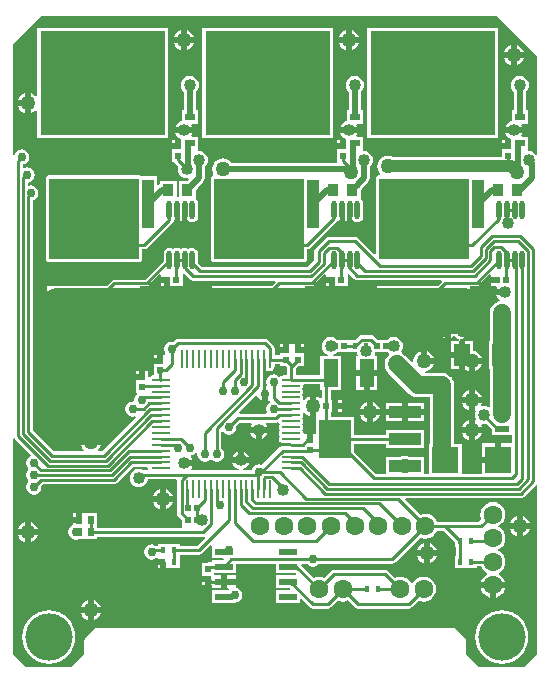
<source format=gbl>
G04 Layer_Physical_Order=2*
G04 Layer_Color=16711680*
%FSAX24Y24*%
%MOIN*%
G70*
G01*
G75*
%ADD10R,0.0177X0.0217*%
%ADD19R,0.0205X0.0205*%
%ADD21R,0.0413X0.1634*%
%ADD22R,0.4173X0.3465*%
%ADD25R,0.0532X0.0748*%
%ADD32R,0.0205X0.0205*%
%ADD36C,0.0100*%
%ADD37C,0.0600*%
%ADD38C,0.0200*%
%ADD39C,0.0400*%
%ADD40C,0.0630*%
%ADD41C,0.1575*%
%ADD42C,0.0500*%
%ADD43C,0.0400*%
%ADD44C,0.0300*%
%ADD45C,0.0157*%
%ADD46R,0.0610X0.0236*%
%ADD47R,0.0906X0.0906*%
%ADD48R,0.0327X0.0248*%
%ADD49R,0.0354X0.0394*%
%ADD50R,0.2906X0.0961*%
%ADD51R,0.0512X0.0925*%
%ADD52R,0.1063X0.0394*%
%ADD53R,0.1063X0.1299*%
%ADD54R,0.0470X0.0220*%
%ADD55O,0.0098X0.0610*%
%ADD56O,0.0610X0.0098*%
%ADD57R,0.0217X0.0256*%
%ADD58O,0.0177X0.0630*%
%ADD59R,0.3000X0.2700*%
G36*
X051775Y026911D02*
X052305Y026381D01*
X052290Y026325D01*
X052221Y026279D01*
X052166Y026197D01*
X052147Y026100D01*
X052166Y026003D01*
X052212Y025934D01*
X052218Y025900D01*
X052212Y025866D01*
X052166Y025797D01*
X052147Y025700D01*
X052166Y025603D01*
X052212Y025534D01*
X052218Y025500D01*
X052212Y025466D01*
X052166Y025397D01*
X052147Y025300D01*
X052166Y025203D01*
X052221Y025121D01*
X052303Y025066D01*
X052400Y025047D01*
X052497Y025066D01*
X052579Y025121D01*
X052634Y025203D01*
X052653Y025300D01*
X052647Y025333D01*
X052704Y025390D01*
X055059D01*
X055059Y025390D01*
X055117Y025401D01*
X055166Y025434D01*
X055701Y025969D01*
X056188D01*
X056220Y025930D01*
X056218Y025924D01*
X056222Y025906D01*
X056181Y025856D01*
X056057D01*
X056051Y025861D01*
X055978Y025891D01*
X055900Y025901D01*
X055822Y025891D01*
X055750Y025861D01*
X055687Y025813D01*
X055639Y025751D01*
X055609Y025678D01*
X055599Y025600D01*
X055609Y025522D01*
X055639Y025450D01*
X055687Y025387D01*
X055750Y025339D01*
X055822Y025309D01*
X055900Y025299D01*
X055978Y025309D01*
X056051Y025339D01*
X056113Y025387D01*
X056161Y025450D01*
X056191Y025522D01*
X056195Y025553D01*
X057148D01*
X057172Y025524D01*
X057172Y025524D01*
Y025225D01*
Y024419D01*
X057172Y024419D01*
X057184Y024361D01*
X057217Y024312D01*
X057342Y024187D01*
Y023999D01*
X057342D01*
X057337Y023951D01*
X054504D01*
Y024426D01*
X054111D01*
Y024428D01*
X054003D01*
Y024200D01*
X053903D01*
Y024100D01*
X053695D01*
Y024029D01*
X053621Y023979D01*
X053566Y023897D01*
X053547Y023800D01*
X053566Y023703D01*
X053621Y023621D01*
X053703Y023566D01*
X053800Y023547D01*
X053897Y023566D01*
X053908Y023574D01*
X054504D01*
Y023649D01*
X058037D01*
X058037Y023649D01*
X058071Y023655D01*
X058095Y023610D01*
X058095Y023609D01*
X057837Y023351D01*
X057264D01*
Y023407D01*
X056536D01*
Y023351D01*
X056451D01*
X056422Y023371D01*
X056325Y023390D01*
X056228Y023371D01*
X056146Y023316D01*
X056091Y023234D01*
X056072Y023137D01*
X056091Y023040D01*
X056146Y022958D01*
X056228Y022903D01*
X056325Y022884D01*
X056422Y022903D01*
X056484Y022944D01*
X056534Y022920D01*
Y022900D01*
X056723D01*
Y022800D01*
X056823D01*
Y022592D01*
X056911D01*
Y022593D01*
X057264D01*
Y023007D01*
X057264Y023007D01*
X057264D01*
X057264Y023007D01*
X057284Y023049D01*
X057900D01*
X057900Y023049D01*
X057958Y023060D01*
X058007Y023093D01*
X058286Y023372D01*
X058333Y023349D01*
Y022933D01*
X058703D01*
X058728Y022883D01*
X058716Y022867D01*
X058333D01*
Y022830D01*
X058293Y022801D01*
X058235Y022790D01*
X058187Y022758D01*
X057999D01*
Y022445D01*
X057998D01*
Y022343D01*
X058200D01*
Y022243D01*
X058300D01*
Y022040D01*
X058332D01*
Y021932D01*
X058637D01*
Y022150D01*
Y022368D01*
X058402D01*
Y022433D01*
X059141D01*
Y022749D01*
X060459D01*
Y022433D01*
X061135D01*
X061148Y022417D01*
X061123Y022367D01*
X060459D01*
Y021933D01*
X060929D01*
X060941Y021917D01*
X060916Y021867D01*
X060459D01*
Y021433D01*
X061267D01*
Y021554D01*
X061313Y021573D01*
X061593Y021293D01*
X061593Y021293D01*
X061642Y021260D01*
X061700Y021249D01*
X062194D01*
X062194Y021249D01*
X062252Y021260D01*
X062301Y021293D01*
X062529Y021521D01*
X062586Y021497D01*
X062694Y021483D01*
X062802Y021497D01*
X062859Y021521D01*
X063087Y021293D01*
X063087Y021293D01*
X063136Y021260D01*
X063194Y021249D01*
X063194Y021249D01*
X064894D01*
X064894Y021249D01*
X064952Y021260D01*
X065001Y021293D01*
X065229Y021521D01*
X065286Y021497D01*
X065394Y021483D01*
X065502Y021497D01*
X065602Y021539D01*
X065689Y021605D01*
X065755Y021692D01*
X065796Y021792D01*
X065811Y021900D01*
X065796Y022008D01*
X065755Y022109D01*
X065689Y022195D01*
X065602Y022261D01*
X065502Y022303D01*
X065394Y022317D01*
X065286Y022303D01*
X065185Y022261D01*
X065099Y022195D01*
X065033Y022109D01*
X065025Y022090D01*
X064975D01*
X064967Y022109D01*
X064901Y022195D01*
X064815Y022261D01*
X064714Y022303D01*
X064606Y022317D01*
X064498Y022303D01*
X064441Y022279D01*
X064213Y022507D01*
X064164Y022540D01*
X064106Y022551D01*
X064106Y022551D01*
X062406D01*
X062406Y022551D01*
X062348Y022540D01*
X062299Y022507D01*
X062299Y022507D01*
X062071Y022279D01*
X062014Y022303D01*
X061906Y022317D01*
X061798Y022303D01*
X061741Y022279D01*
X061318Y022702D01*
X061337Y022749D01*
X061502D01*
X061521Y022721D01*
X061603Y022666D01*
X061700Y022647D01*
X061797Y022666D01*
X061879Y022721D01*
X061898Y022749D01*
X064356D01*
X064356Y022749D01*
X064414Y022760D01*
X064463Y022793D01*
X065291Y023621D01*
X065348Y023597D01*
X065456Y023583D01*
X065564Y023597D01*
X065664Y023639D01*
X065751Y023705D01*
X065817Y023791D01*
X065841Y023849D01*
X066060D01*
X066436Y023473D01*
Y023293D01*
X066472D01*
Y023007D01*
X066436D01*
Y022593D01*
X067164D01*
Y022655D01*
X067315D01*
X067339Y022598D01*
X067405Y022511D01*
X067491Y022445D01*
X067508Y022438D01*
Y022388D01*
X067491Y022381D01*
X067404Y022315D01*
X067337Y022228D01*
X067296Y022127D01*
X067295Y022119D01*
X067700D01*
X068105D01*
X068104Y022127D01*
X068063Y022228D01*
X067996Y022315D01*
X067909Y022381D01*
X067892Y022388D01*
Y022438D01*
X067909Y022445D01*
X067995Y022511D01*
X068061Y022598D01*
X068103Y022698D01*
X068117Y022806D01*
X068103Y022914D01*
X068061Y023015D01*
X067995Y023101D01*
X067909Y023167D01*
X067890Y023175D01*
Y023225D01*
X067909Y023233D01*
X067995Y023299D01*
X068061Y023385D01*
X068103Y023486D01*
X068117Y023594D01*
X068103Y023702D01*
X068061Y023802D01*
X067995Y023889D01*
X067909Y023955D01*
X067887Y023964D01*
Y024014D01*
X067909Y024023D01*
X067995Y024089D01*
X068061Y024175D01*
X068103Y024276D01*
X068117Y024384D01*
X068103Y024492D01*
X068061Y024592D01*
X067995Y024679D01*
X067909Y024745D01*
X067808Y024786D01*
X067700Y024801D01*
X067592Y024786D01*
X067491Y024745D01*
X067405Y024679D01*
X067339Y024592D01*
X067297Y024492D01*
X067283Y024384D01*
X067297Y024276D01*
X067321Y024219D01*
X067254Y024151D01*
X066123D01*
X066123Y024151D01*
X066123Y024151D01*
X065841D01*
X065817Y024209D01*
X065751Y024295D01*
X065664Y024361D01*
X065564Y024403D01*
X065456Y024417D01*
X065348Y024403D01*
X065291Y024379D01*
X064786Y024884D01*
X064805Y024931D01*
X068632D01*
X068632Y024931D01*
X068690Y024942D01*
X068739Y024975D01*
X069139Y025375D01*
X069173Y025366D01*
X069189Y025356D01*
Y019746D01*
X068754Y019311D01*
X067246D01*
X066811Y019746D01*
Y020200D01*
X066803Y020243D01*
X066779Y020279D01*
X066479Y020579D01*
X066443Y020603D01*
X066400Y020611D01*
X066400Y020611D01*
X054500D01*
X054457Y020603D01*
X054421Y020579D01*
X054121Y020279D01*
X054097Y020243D01*
X054089Y020200D01*
X054089Y020200D01*
Y019746D01*
X053654Y019311D01*
X052146D01*
X051711Y019746D01*
Y026916D01*
X051761Y026932D01*
X051775Y026911D01*
D02*
G37*
G36*
X061941Y028539D02*
X061991D01*
Y028278D01*
X061972Y028265D01*
X061941Y028256D01*
X061877Y028306D01*
X061800Y028337D01*
Y028000D01*
Y027623D01*
X061807Y027617D01*
X061809Y027613D01*
Y027107D01*
X061802Y027060D01*
X061700D01*
Y026857D01*
X061500D01*
Y027060D01*
X061424D01*
X061381Y027103D01*
X061382Y027105D01*
X061370Y027162D01*
X061343Y027203D01*
X061370Y027244D01*
X061382Y027302D01*
X061370Y027359D01*
X061343Y027400D01*
X061370Y027441D01*
X061382Y027498D01*
X061370Y027556D01*
X061343Y027597D01*
X061370Y027638D01*
X061382Y027695D01*
X061370Y027753D01*
X061369Y027755D01*
X061375Y027767D01*
X061435Y027771D01*
X061450Y027750D01*
X061523Y027694D01*
X061600Y027663D01*
Y028000D01*
Y028337D01*
X061523Y028306D01*
X061450Y028250D01*
X061406Y028191D01*
X061365Y028221D01*
X061370Y028228D01*
X061382Y028286D01*
X061370Y028343D01*
X061343Y028384D01*
X061370Y028425D01*
X061382Y028483D01*
X061370Y028540D01*
X061343Y028581D01*
X061370Y028622D01*
X061382Y028680D01*
X061380Y028686D01*
X061412Y028725D01*
X061941D01*
Y028539D01*
D02*
G37*
G36*
X060579Y027447D02*
X060580Y027441D01*
X060607Y027400D01*
X060580Y027359D01*
X060569Y027302D01*
X060580Y027244D01*
X060607Y027203D01*
X060580Y027162D01*
X060569Y027105D01*
X060580Y027047D01*
X060608Y027006D01*
X060580Y026965D01*
X060569Y026908D01*
X060580Y026850D01*
X060607Y026811D01*
X060607Y026811D01*
X060613Y026801D01*
X060662Y026769D01*
X060719Y026757D01*
X060975D01*
Y026666D01*
X060692D01*
X060634Y026654D01*
X060595Y026628D01*
X060595Y026628D01*
X060585Y026621D01*
X060585Y026621D01*
X059998Y026034D01*
X059997Y026034D01*
X059900Y026053D01*
X059803Y026034D01*
X059721Y025979D01*
X059666Y025897D01*
X059658Y025856D01*
X059367D01*
X059364Y025906D01*
X059378Y025908D01*
X059451Y025938D01*
X059514Y025986D01*
X059562Y026049D01*
X059583Y026100D01*
X059017D01*
X059038Y026049D01*
X059086Y025986D01*
X059149Y025938D01*
X059222Y025908D01*
X059236Y025906D01*
X059233Y025856D01*
X057654D01*
X057629Y025906D01*
X057662Y025949D01*
X057683Y026000D01*
X057400D01*
Y026200D01*
X057683D01*
X057662Y026251D01*
X057624Y026301D01*
X057634Y026344D01*
X057642Y026355D01*
X057697Y026366D01*
X057779Y026421D01*
X057809Y026465D01*
X057856Y026446D01*
X057847Y026400D01*
X057866Y026303D01*
X057921Y026221D01*
X058003Y026166D01*
X058100Y026147D01*
X058197Y026166D01*
X058266Y026212D01*
X058300Y026218D01*
X058334Y026212D01*
X058403Y026166D01*
X058500Y026147D01*
X058597Y026166D01*
X058679Y026221D01*
X058734Y026303D01*
X058753Y026400D01*
X058734Y026497D01*
X058679Y026579D01*
X058651Y026598D01*
Y027135D01*
X058701Y027150D01*
X058721Y027121D01*
X058803Y027066D01*
X058900Y027047D01*
X058997Y027066D01*
X059079Y027121D01*
X059134Y027203D01*
X059153Y027300D01*
X059147Y027333D01*
X059263Y027449D01*
X059654D01*
X059674Y027399D01*
X059638Y027351D01*
X059617Y027300D01*
X060183D01*
X060162Y027351D01*
X060126Y027399D01*
X060146Y027449D01*
X060466D01*
X060466Y027449D01*
X060524Y027460D01*
X060533Y027466D01*
X060579Y027447D01*
D02*
G37*
G36*
X064187Y029787D02*
X064228Y029756D01*
X064232Y029696D01*
X064216Y029684D01*
X064152Y029601D01*
X064112Y029504D01*
X064098Y029400D01*
X064112Y029296D01*
X064152Y029199D01*
X064216Y029116D01*
X064916Y028416D01*
X064999Y028352D01*
X065096Y028312D01*
X065200Y028298D01*
X065603D01*
Y026751D01*
X065563D01*
Y025751D01*
X065391D01*
Y026290D01*
X064949D01*
X064937Y026299D01*
X064852Y026334D01*
X064761Y026346D01*
X064670Y026334D01*
X064586Y026299D01*
X064574Y026290D01*
X064131D01*
Y025751D01*
X063801D01*
X063068Y026484D01*
Y026749D01*
X064131D01*
Y026605D01*
X065391D01*
Y027195D01*
X064131D01*
Y027051D01*
X063068D01*
Y027648D01*
X062294D01*
Y027798D01*
X062357D01*
Y028000D01*
Y028202D01*
X062294D01*
Y028539D01*
X062650D01*
Y029661D01*
X062386D01*
X062378Y029709D01*
X062450Y029739D01*
X062513Y029787D01*
X062522Y029799D01*
X062936D01*
Y029793D01*
X063184D01*
X063190Y029743D01*
X063203Y029712D01*
X063170Y029662D01*
X063141D01*
Y029200D01*
X063496D01*
X063852D01*
Y029662D01*
X063792D01*
X063759Y029712D01*
X063772Y029743D01*
X063779Y029799D01*
X064178D01*
X064187Y029787D01*
D02*
G37*
G36*
X060599Y029342D02*
X060787D01*
X060824Y029305D01*
Y029027D01*
X060719D01*
X060662Y029015D01*
X060629Y028994D01*
X060579Y028979D01*
X060497Y029034D01*
X060400Y029053D01*
X060303Y029034D01*
X060221Y028979D01*
X060166Y028897D01*
X060147Y028800D01*
X060166Y028703D01*
X060174Y028691D01*
X060144Y028646D01*
X060100Y028655D01*
X060081Y028651D01*
X060034Y028693D01*
Y029137D01*
X060073Y029169D01*
X060080Y029167D01*
X060138Y029179D01*
X060179Y029207D01*
X060219Y029180D01*
X060276Y029169D01*
X060334Y029180D01*
X060383Y029213D01*
X060415Y029262D01*
X060427Y029319D01*
Y029391D01*
X060599D01*
Y029342D01*
D02*
G37*
G36*
X069189Y039654D02*
Y036396D01*
X069139Y036379D01*
X069113Y036413D01*
X069050Y036461D01*
X068978Y036491D01*
X068900Y036501D01*
X068888Y036499D01*
X068862Y036546D01*
Y036983D01*
X068675D01*
X068650Y037033D01*
X068662Y037049D01*
X068683Y037100D01*
X068117D01*
X068138Y037049D01*
X068186Y036986D01*
X068249Y036938D01*
X068322Y036908D01*
X068312Y036860D01*
X068300D01*
Y036657D01*
X068200D01*
Y036557D01*
X067998D01*
Y036455D01*
X067999D01*
Y036292D01*
X064380D01*
X064376Y036295D01*
X064291Y036330D01*
X064200Y036342D01*
X064109Y036330D01*
X064024Y036295D01*
X063952Y036239D01*
X063896Y036167D01*
X063861Y036082D01*
X063849Y035991D01*
X063861Y035900D01*
X063896Y035815D01*
X063945Y035750D01*
X063932Y035700D01*
X063900D01*
X063862Y035693D01*
X063829Y035671D01*
X063807Y035638D01*
X063800Y035600D01*
Y033080D01*
X063753Y033061D01*
X063207Y033607D01*
X063158Y033640D01*
X063100Y033651D01*
X063100Y033651D01*
X062232D01*
X062232Y033651D01*
X062174Y033640D01*
X062125Y033607D01*
X061793Y033275D01*
X061760Y033226D01*
X061749Y033168D01*
X061749Y033168D01*
Y032863D01*
X061537Y032651D01*
X058000D01*
X057875Y032777D01*
Y033080D01*
X057860Y033153D01*
X057819Y033215D01*
X057757Y033256D01*
X057684Y033271D01*
X057611Y033256D01*
X057556Y033219D01*
X057501Y033256D01*
X057428Y033271D01*
X057355Y033256D01*
X057300Y033219D01*
X057245Y033256D01*
X057172Y033271D01*
X057099Y033256D01*
X057046Y033220D01*
X056990Y033258D01*
X056916Y033272D01*
X056843Y033258D01*
X056780Y033216D01*
X056739Y033154D01*
X056724Y033080D01*
Y032803D01*
X056121Y032200D01*
X055067D01*
X055037Y032194D01*
X055013Y032178D01*
X054839Y032004D01*
X052847D01*
Y031826D01*
X052925Y031867D01*
X053095Y031919D01*
X053227Y031932D01*
X053271Y031932D01*
X055953D01*
Y032000D01*
X056172D01*
X056202Y032006D01*
X056226Y032022D01*
X056590Y032386D01*
X056640Y032365D01*
Y032300D01*
X056843D01*
Y032200D01*
X056943D01*
Y031998D01*
X057045D01*
Y031999D01*
X057358D01*
Y032389D01*
X057402Y032415D01*
X057595Y032223D01*
X057595Y032223D01*
X057644Y032190D01*
X057702Y032178D01*
X060442D01*
X060463Y032128D01*
X060339Y032004D01*
X058347D01*
Y031932D01*
X061453Y031932D01*
Y032000D01*
X061672D01*
X061702Y032006D01*
X061726Y032022D01*
X062090Y032386D01*
X062140Y032365D01*
Y032300D01*
X062343D01*
Y032200D01*
X062443D01*
Y031998D01*
X062545D01*
Y031999D01*
X062858D01*
Y032389D01*
X062902Y032415D01*
X063081Y032236D01*
X063081Y032236D01*
X063131Y032203D01*
X063189Y032192D01*
X063189Y032192D01*
X065979D01*
X066000Y032142D01*
X065862Y032004D01*
X063847D01*
Y031932D01*
X066671D01*
X066701Y031932D01*
X066789Y031923D01*
X066902Y031889D01*
X066953Y031862D01*
Y032000D01*
X067172D01*
X067202Y032006D01*
X067226Y032022D01*
X067590Y032386D01*
X067640Y032365D01*
Y032300D01*
X067843D01*
Y032100D01*
X067640D01*
Y031998D01*
X067817D01*
X067839Y031953D01*
X067838Y031951D01*
X067817Y031900D01*
X068100D01*
Y031700D01*
X067817D01*
X067838Y031649D01*
X067886Y031586D01*
X067940Y031544D01*
X067938Y031513D01*
X067929Y031492D01*
X067896Y031488D01*
X067799Y031448D01*
X067716Y031384D01*
X067652Y031301D01*
X067612Y031204D01*
X067598Y031100D01*
Y030172D01*
X067566D01*
Y029228D01*
X067598D01*
Y029000D01*
Y028300D01*
Y027981D01*
X067553Y027959D01*
X067551Y027961D01*
X067478Y027991D01*
X067400Y028001D01*
X067346Y027994D01*
X067336Y028001D01*
X067312Y028038D01*
X067337Y028100D01*
X067100D01*
Y027849D01*
X067126Y027819D01*
X067109Y027778D01*
X067099Y027700D01*
X067109Y027622D01*
X067126Y027581D01*
X067100Y027551D01*
Y027300D01*
X067337D01*
X067312Y027362D01*
X067336Y027399D01*
X067346Y027406D01*
X067400Y027399D01*
X067477Y027409D01*
X067662Y027224D01*
Y027041D01*
X068329D01*
X068335Y026994D01*
Y026753D01*
X067986D01*
Y026200D01*
X067886D01*
Y026100D01*
X067333D01*
Y025751D01*
X066665D01*
Y026751D01*
X066407D01*
Y028700D01*
X066393Y028804D01*
X066353Y028901D01*
X066338Y028920D01*
Y028959D01*
X066309D01*
X066289Y028984D01*
X066206Y029048D01*
X066109Y029088D01*
X066005Y029102D01*
X065440D01*
X065437Y029152D01*
X065491Y029159D01*
X065577Y029194D01*
X065650Y029250D01*
X065706Y029323D01*
X065737Y029400D01*
X065400D01*
Y029500D01*
X065300D01*
Y029837D01*
X065223Y029806D01*
X065150Y029750D01*
X065094Y029677D01*
X065059Y029591D01*
X065047Y029500D01*
X065049Y029487D01*
X065004Y029464D01*
X064784Y029684D01*
X064701Y029748D01*
X064659Y029765D01*
X064643Y029826D01*
X064661Y029850D01*
X064691Y029922D01*
X064701Y030000D01*
X064691Y030078D01*
X064661Y030150D01*
X064613Y030213D01*
X064550Y030261D01*
X064478Y030291D01*
X064400Y030301D01*
X064322Y030291D01*
X064250Y030261D01*
X064187Y030213D01*
X064178Y030201D01*
X063856D01*
X063732Y030324D01*
X063683Y030357D01*
X063625Y030369D01*
X063625Y030369D01*
X063340D01*
X063282Y030357D01*
X063233Y030324D01*
X063233Y030324D01*
X063116Y030207D01*
X062936D01*
Y030201D01*
X062522D01*
X062513Y030213D01*
X062450Y030261D01*
X062378Y030291D01*
X062300Y030301D01*
X062222Y030291D01*
X062150Y030261D01*
X062087Y030213D01*
X062039Y030150D01*
X062009Y030078D01*
X061999Y030000D01*
X062009Y029922D01*
X062039Y029850D01*
X062087Y029787D01*
X062150Y029739D01*
X062222Y029709D01*
X062214Y029661D01*
X061941D01*
Y029028D01*
X061127D01*
Y029255D01*
X061213Y029342D01*
X061401D01*
Y029655D01*
X061402D01*
Y029757D01*
X061200D01*
Y029857D01*
X061100D01*
Y030060D01*
X060900D01*
Y029857D01*
X060800D01*
Y029757D01*
X060598D01*
Y029694D01*
X060428D01*
Y029924D01*
X060416Y029982D01*
X060383Y030031D01*
X060383Y030031D01*
X060207Y030207D01*
X060158Y030240D01*
X060100Y030251D01*
X060100Y030251D01*
X057200D01*
X057200Y030251D01*
X057142Y030240D01*
X057093Y030207D01*
X057093Y030207D01*
X057033Y030147D01*
X057000Y030153D01*
X056903Y030134D01*
X056821Y030079D01*
X056766Y029997D01*
X056747Y029900D01*
X056766Y029803D01*
X056790Y029767D01*
X056763Y029717D01*
X056700D01*
Y029515D01*
X056600D01*
Y029415D01*
X056398D01*
Y029313D01*
X056399D01*
Y029027D01*
X056369D01*
X056311Y029015D01*
X056262Y028983D01*
X056252Y028968D01*
X056202Y028983D01*
Y029160D01*
X056100D01*
Y028957D01*
X056000D01*
Y028857D01*
X055798D01*
Y028755D01*
X055799D01*
Y028442D01*
X055825D01*
X055840Y028392D01*
X055821Y028379D01*
X055766Y028297D01*
X055747Y028200D01*
X055750Y028186D01*
X055714Y028150D01*
X055700Y028153D01*
X055603Y028134D01*
X055521Y028079D01*
X055466Y027997D01*
X055447Y027900D01*
X055466Y027803D01*
X055521Y027721D01*
X055603Y027666D01*
X055700Y027647D01*
X055769Y027661D01*
X055794Y027614D01*
X054667Y026488D01*
X054550D01*
X054533Y026538D01*
X054550Y026550D01*
X054606Y026623D01*
X054637Y026700D01*
X053963D01*
X053994Y026623D01*
X054050Y026550D01*
X054067Y026538D01*
X054050Y026488D01*
X053076D01*
X052369Y027194D01*
Y034861D01*
X052397Y034866D01*
X052479Y034921D01*
X052534Y035003D01*
X052553Y035100D01*
X052534Y035197D01*
X052479Y035279D01*
X052397Y035334D01*
X052300Y035353D01*
X052242Y035342D01*
X052192Y035382D01*
Y035449D01*
X052279Y035466D01*
X052361Y035521D01*
X052416Y035603D01*
X052435Y035700D01*
X052416Y035797D01*
X052361Y035879D01*
X052279Y035934D01*
X052182Y035953D01*
X052085Y035934D01*
X052077Y035929D01*
X052033Y035952D01*
Y036053D01*
X052097Y036066D01*
X052179Y036121D01*
X052234Y036203D01*
X052253Y036300D01*
X052234Y036397D01*
X052179Y036479D01*
X052097Y036534D01*
X052000Y036553D01*
X051903Y036534D01*
X051821Y036479D01*
X051766Y036397D01*
X051761Y036373D01*
X051711Y036378D01*
Y039400D01*
Y040054D01*
X052646Y040989D01*
X067854D01*
X069189Y039654D01*
D02*
G37*
G36*
X060200Y028166D02*
X060207Y028171D01*
X060266Y028156D01*
X060279Y028130D01*
X060270Y028112D01*
X060221Y028079D01*
X060166Y027997D01*
X060147Y027900D01*
X060166Y027803D01*
X060171Y027795D01*
X060148Y027751D01*
X059261D01*
X059240Y027801D01*
X059802Y028363D01*
X059856Y028346D01*
X059865Y028302D01*
X059920Y028220D01*
X060000Y028166D01*
Y028400D01*
X060200D01*
Y028166D01*
D02*
G37*
%LPC*%
G36*
X059400Y026483D02*
Y026300D01*
X059583D01*
X059562Y026351D01*
X059514Y026414D01*
X059451Y026462D01*
X059400Y026483D01*
D02*
G37*
G36*
X066900Y027100D02*
X066663D01*
X066694Y027023D01*
X066750Y026950D01*
X066823Y026894D01*
X066900Y026863D01*
Y027100D01*
D02*
G37*
G36*
X056600Y024800D02*
X056363D01*
X056394Y024723D01*
X056450Y024650D01*
X056523Y024594D01*
X056600Y024563D01*
Y024800D01*
D02*
G37*
G36*
X057037D02*
X056800D01*
Y024563D01*
X056877Y024594D01*
X056950Y024650D01*
X057006Y024723D01*
X057037Y024800D01*
D02*
G37*
G36*
X056600Y025237D02*
X056523Y025206D01*
X056450Y025150D01*
X056394Y025077D01*
X056363Y025000D01*
X056600D01*
Y025237D01*
D02*
G37*
G36*
X056800D02*
Y025000D01*
X057037D01*
X057006Y025077D01*
X056950Y025150D01*
X056877Y025206D01*
X056800Y025237D01*
D02*
G37*
G36*
X059200Y026483D02*
X059149Y026462D01*
X059086Y026414D01*
X059038Y026351D01*
X059017Y026300D01*
X059200D01*
Y026483D01*
D02*
G37*
G36*
X067786Y026753D02*
X067333D01*
Y026300D01*
X067786D01*
Y026753D01*
D02*
G37*
G36*
X067337Y027100D02*
X067100D01*
Y026863D01*
X067177Y026894D01*
X067250Y026950D01*
X067306Y027023D01*
X067337Y027100D01*
D02*
G37*
G36*
X065393Y027706D02*
X064861D01*
Y027509D01*
X065393D01*
Y027706D01*
D02*
G37*
G36*
X064661D02*
X064130D01*
Y027509D01*
X064661D01*
Y027706D01*
D02*
G37*
G36*
X062660Y027900D02*
X062557D01*
Y027798D01*
X062660D01*
Y027900D01*
D02*
G37*
G36*
X063500Y028137D02*
X063423Y028106D01*
X063350Y028050D01*
X063294Y027977D01*
X063263Y027900D01*
X063500D01*
Y028137D01*
D02*
G37*
G36*
X066900Y028100D02*
X066663D01*
X066694Y028023D01*
X066750Y027950D01*
X066823Y027894D01*
X066900Y027863D01*
Y028100D01*
D02*
G37*
G36*
X060183Y027100D02*
X060000D01*
Y026917D01*
X060051Y026938D01*
X060114Y026986D01*
X060162Y027049D01*
X060183Y027100D01*
D02*
G37*
G36*
X059800D02*
X059617D01*
X059638Y027049D01*
X059686Y026986D01*
X059749Y026938D01*
X059800Y026917D01*
Y027100D01*
D02*
G37*
G36*
X066900Y027537D02*
X066823Y027506D01*
X066750Y027450D01*
X066694Y027377D01*
X066663Y027300D01*
X066900D01*
Y027537D01*
D02*
G37*
G36*
X063937Y027700D02*
X063700D01*
Y027463D01*
X063777Y027494D01*
X063850Y027550D01*
X063906Y027623D01*
X063937Y027700D01*
D02*
G37*
G36*
X063500D02*
X063263D01*
X063294Y027623D01*
X063350Y027550D01*
X063423Y027494D01*
X063500Y027463D01*
Y027700D01*
D02*
G37*
G36*
X068105Y021919D02*
X067800D01*
Y021613D01*
X067808Y021615D01*
X067909Y021656D01*
X067996Y021723D01*
X068063Y021810D01*
X068104Y021911D01*
X068105Y021919D01*
D02*
G37*
G36*
X067600D02*
X067295D01*
X067296Y021911D01*
X067337Y021810D01*
X067404Y021723D01*
X067491Y021656D01*
X067592Y021615D01*
X067600Y021613D01*
Y021919D01*
D02*
G37*
G36*
X059142Y022050D02*
X058837D01*
Y021932D01*
X058870D01*
X058895Y021882D01*
X058883Y021867D01*
X058333D01*
Y021433D01*
X059141D01*
Y021455D01*
X059197Y021466D01*
X059279Y021521D01*
X059334Y021603D01*
X059353Y021700D01*
X059334Y021797D01*
X059279Y021879D01*
X059197Y021934D01*
X059142Y021945D01*
Y022050D01*
D02*
G37*
G36*
X056623Y022700D02*
X056534D01*
Y022592D01*
X056623D01*
Y022700D01*
D02*
G37*
G36*
X059142Y022368D02*
X058837D01*
Y022250D01*
X059142D01*
Y022368D01*
D02*
G37*
G36*
X058100Y022143D02*
X057998D01*
Y022040D01*
X058100D01*
Y022143D01*
D02*
G37*
G36*
X054200Y021100D02*
X053963D01*
X053994Y021023D01*
X054050Y020950D01*
X054123Y020894D01*
X054200Y020863D01*
Y021100D01*
D02*
G37*
G36*
X068000Y021190D02*
X067826Y021173D01*
X067659Y021122D01*
X067505Y021040D01*
X067371Y020929D01*
X067260Y020795D01*
X067178Y020641D01*
X067127Y020474D01*
X067110Y020300D01*
X067127Y020126D01*
X067178Y019959D01*
X067260Y019805D01*
X067371Y019671D01*
X067505Y019560D01*
X067659Y019478D01*
X067826Y019427D01*
X068000Y019410D01*
X068174Y019427D01*
X068341Y019478D01*
X068495Y019560D01*
X068629Y019671D01*
X068740Y019805D01*
X068822Y019959D01*
X068873Y020126D01*
X068890Y020300D01*
X068873Y020474D01*
X068822Y020641D01*
X068740Y020795D01*
X068629Y020929D01*
X068495Y021040D01*
X068341Y021122D01*
X068174Y021173D01*
X068000Y021190D01*
D02*
G37*
G36*
X052900D02*
X052726Y021173D01*
X052559Y021122D01*
X052405Y021040D01*
X052271Y020929D01*
X052160Y020795D01*
X052078Y020641D01*
X052027Y020474D01*
X052010Y020300D01*
X052027Y020126D01*
X052078Y019959D01*
X052160Y019805D01*
X052271Y019671D01*
X052405Y019560D01*
X052559Y019478D01*
X052726Y019427D01*
X052900Y019410D01*
X053074Y019427D01*
X053241Y019478D01*
X053395Y019560D01*
X053529Y019671D01*
X053640Y019805D01*
X053722Y019959D01*
X053773Y020126D01*
X053790Y020300D01*
X053773Y020474D01*
X053722Y020641D01*
X053640Y020795D01*
X053529Y020929D01*
X053395Y021040D01*
X053241Y021122D01*
X053074Y021173D01*
X052900Y021190D01*
D02*
G37*
G36*
X054400Y021537D02*
Y021300D01*
X054637D01*
X054606Y021377D01*
X054550Y021450D01*
X054477Y021506D01*
X054400Y021537D01*
D02*
G37*
G36*
X054200D02*
X054123Y021506D01*
X054050Y021450D01*
X053994Y021377D01*
X053963Y021300D01*
X054200D01*
Y021537D01*
D02*
G37*
G36*
X054637Y021100D02*
X054400D01*
Y020863D01*
X054477Y020894D01*
X054550Y020950D01*
X054606Y021023D01*
X054637Y021100D01*
D02*
G37*
G36*
X065400Y023000D02*
X065163D01*
X065194Y022923D01*
X065250Y022850D01*
X065323Y022794D01*
X065400Y022763D01*
Y023000D01*
D02*
G37*
G36*
X052300Y024137D02*
Y023900D01*
X052537D01*
X052506Y023977D01*
X052450Y024050D01*
X052377Y024106D01*
X052300Y024137D01*
D02*
G37*
G36*
X052100D02*
X052023Y024106D01*
X051950Y024050D01*
X051894Y023977D01*
X051863Y023900D01*
X052100D01*
Y024137D01*
D02*
G37*
G36*
X068937Y023900D02*
X068700D01*
Y023663D01*
X068777Y023694D01*
X068850Y023750D01*
X068906Y023823D01*
X068937Y023900D01*
D02*
G37*
G36*
X053803Y024428D02*
X053695D01*
Y024300D01*
X053803D01*
Y024428D01*
D02*
G37*
G36*
X068700Y024337D02*
Y024100D01*
X068937D01*
X068906Y024177D01*
X068850Y024250D01*
X068777Y024306D01*
X068700Y024337D01*
D02*
G37*
G36*
X068500D02*
X068423Y024306D01*
X068350Y024250D01*
X068294Y024177D01*
X068263Y024100D01*
X068500D01*
Y024337D01*
D02*
G37*
G36*
X065600Y023437D02*
Y023200D01*
X065837D01*
X065806Y023277D01*
X065750Y023350D01*
X065677Y023406D01*
X065600Y023437D01*
D02*
G37*
G36*
X065400D02*
X065323Y023406D01*
X065250Y023350D01*
X065194Y023277D01*
X065163Y023200D01*
X065400D01*
Y023437D01*
D02*
G37*
G36*
X065837Y023000D02*
X065600D01*
Y022763D01*
X065677Y022794D01*
X065750Y022850D01*
X065806Y022923D01*
X065837Y023000D01*
D02*
G37*
G36*
X068500Y023900D02*
X068263D01*
X068294Y023823D01*
X068350Y023750D01*
X068423Y023694D01*
X068500Y023663D01*
Y023900D01*
D02*
G37*
G36*
X052537Y023700D02*
X052300D01*
Y023463D01*
X052377Y023494D01*
X052450Y023550D01*
X052506Y023623D01*
X052537Y023700D01*
D02*
G37*
G36*
X052100D02*
X051863D01*
X051894Y023623D01*
X051950Y023550D01*
X052023Y023494D01*
X052100Y023463D01*
Y023700D01*
D02*
G37*
G36*
X068600Y039001D02*
X068522Y038991D01*
X068450Y038961D01*
X068387Y038913D01*
X068339Y038851D01*
X068309Y038778D01*
X068299Y038700D01*
X068309Y038622D01*
X068339Y038549D01*
X068387Y038487D01*
X068398Y038479D01*
Y037861D01*
X068338D01*
Y037494D01*
X068322Y037492D01*
X068249Y037462D01*
X068186Y037414D01*
X068138Y037351D01*
X068117Y037300D01*
X068683D01*
X068662Y037351D01*
X068650Y037367D01*
X068675Y037417D01*
X068862D01*
Y037861D01*
X068802D01*
Y038479D01*
X068813Y038487D01*
X068861Y038549D01*
X068891Y038622D01*
X068901Y038700D01*
X068891Y038778D01*
X068861Y038851D01*
X068813Y038913D01*
X068751Y038961D01*
X068678Y038991D01*
X068600Y039001D01*
D02*
G37*
G36*
X063100D02*
X063022Y038991D01*
X062950Y038961D01*
X062887Y038913D01*
X062839Y038851D01*
X062809Y038778D01*
X062799Y038700D01*
X062809Y038622D01*
X062839Y038549D01*
X062887Y038487D01*
X062898Y038479D01*
Y037861D01*
X062838D01*
Y037494D01*
X062822Y037492D01*
X062749Y037462D01*
X062686Y037414D01*
X062638Y037351D01*
X062617Y037300D01*
X063183D01*
X063162Y037351D01*
X063150Y037367D01*
X063175Y037417D01*
X063362D01*
Y037861D01*
X063302D01*
Y038479D01*
X063313Y038487D01*
X063361Y038549D01*
X063391Y038622D01*
X063401Y038700D01*
X063391Y038778D01*
X063361Y038851D01*
X063313Y038913D01*
X063250Y038961D01*
X063178Y038991D01*
X063100Y039001D01*
D02*
G37*
G36*
X052100Y038000D02*
X051863D01*
X051894Y037923D01*
X051950Y037850D01*
X052023Y037794D01*
X052100Y037763D01*
Y038000D01*
D02*
G37*
G36*
X056885Y040586D02*
X052515D01*
Y038347D01*
X052465Y038330D01*
X052450Y038350D01*
X052377Y038406D01*
X052300Y038437D01*
Y038100D01*
Y037763D01*
X052377Y037794D01*
X052450Y037850D01*
X052465Y037870D01*
X052515Y037853D01*
Y036924D01*
X056885D01*
Y040586D01*
D02*
G37*
G36*
X052100Y038437D02*
X052023Y038406D01*
X051950Y038350D01*
X051894Y038277D01*
X051863Y038200D01*
X052100D01*
Y038437D01*
D02*
G37*
G36*
X057600Y039001D02*
X057522Y038991D01*
X057449Y038961D01*
X057387Y038913D01*
X057339Y038851D01*
X057309Y038778D01*
X057299Y038700D01*
X057309Y038622D01*
X057339Y038549D01*
X057387Y038487D01*
X057398Y038479D01*
Y037861D01*
X057338D01*
Y037494D01*
X057322Y037492D01*
X057249Y037462D01*
X057186Y037414D01*
X057138Y037351D01*
X057117Y037300D01*
X057683D01*
X057662Y037351D01*
X057650Y037367D01*
X057675Y037417D01*
X057862D01*
Y037861D01*
X057802D01*
Y038479D01*
X057813Y038487D01*
X057861Y038549D01*
X057891Y038622D01*
X057901Y038700D01*
X057891Y038778D01*
X057861Y038851D01*
X057813Y038913D01*
X057751Y038961D01*
X057678Y038991D01*
X057600Y039001D01*
D02*
G37*
G36*
X062600Y036860D02*
X062498D01*
Y036757D01*
X062600D01*
Y036860D01*
D02*
G37*
G36*
X057100D02*
X056998D01*
Y036757D01*
X057100D01*
Y036860D01*
D02*
G37*
G36*
X068100D02*
X067998D01*
Y036757D01*
X068100D01*
Y036860D01*
D02*
G37*
G36*
X067885Y040586D02*
X063515D01*
Y036924D01*
X067885D01*
Y040586D01*
D02*
G37*
G36*
X062385D02*
X058015D01*
Y036924D01*
X062385D01*
Y040586D01*
D02*
G37*
G36*
X068300Y039600D02*
X068063D01*
X068094Y039523D01*
X068150Y039450D01*
X068223Y039394D01*
X068300Y039363D01*
Y039600D01*
D02*
G37*
G36*
X057300Y040537D02*
X057223Y040506D01*
X057150Y040450D01*
X057094Y040377D01*
X057063Y040300D01*
X057300D01*
Y040537D01*
D02*
G37*
G36*
X063237Y040100D02*
X063000D01*
Y039863D01*
X063077Y039894D01*
X063150Y039950D01*
X063206Y040023D01*
X063237Y040100D01*
D02*
G37*
G36*
X057500Y040537D02*
Y040300D01*
X057737D01*
X057706Y040377D01*
X057650Y040450D01*
X057577Y040506D01*
X057500Y040537D01*
D02*
G37*
G36*
X063000D02*
Y040300D01*
X063237D01*
X063206Y040377D01*
X063150Y040450D01*
X063077Y040506D01*
X063000Y040537D01*
D02*
G37*
G36*
X062800D02*
X062723Y040506D01*
X062650Y040450D01*
X062594Y040377D01*
X062563Y040300D01*
X062800D01*
Y040537D01*
D02*
G37*
G36*
Y040100D02*
X062563D01*
X062594Y040023D01*
X062650Y039950D01*
X062723Y039894D01*
X062800Y039863D01*
Y040100D01*
D02*
G37*
G36*
X068300Y040037D02*
X068223Y040006D01*
X068150Y039950D01*
X068094Y039877D01*
X068063Y039800D01*
X068300D01*
Y040037D01*
D02*
G37*
G36*
X068737Y039600D02*
X068500D01*
Y039363D01*
X068577Y039394D01*
X068650Y039450D01*
X068706Y039523D01*
X068737Y039600D01*
D02*
G37*
G36*
X068500Y040037D02*
Y039800D01*
X068737D01*
X068706Y039877D01*
X068650Y039950D01*
X068577Y040006D01*
X068500Y040037D01*
D02*
G37*
G36*
X057737Y040100D02*
X057500D01*
Y039863D01*
X057577Y039894D01*
X057650Y039950D01*
X057706Y040023D01*
X057737Y040100D01*
D02*
G37*
G36*
X057300D02*
X057063D01*
X057094Y040023D01*
X057150Y039950D01*
X057223Y039894D01*
X057300Y039863D01*
Y040100D01*
D02*
G37*
G36*
X063852Y029000D02*
X063596D01*
Y028537D01*
X063852D01*
Y029000D01*
D02*
G37*
G36*
X063396D02*
X063141D01*
Y028537D01*
X063396D01*
Y029000D01*
D02*
G37*
G36*
X055900Y029160D02*
X055798D01*
Y029057D01*
X055900D01*
Y029160D01*
D02*
G37*
G36*
X067337Y029400D02*
X067100D01*
Y029163D01*
X067177Y029194D01*
X067250Y029250D01*
X067306Y029323D01*
X067337Y029400D01*
D02*
G37*
G36*
X067036Y030174D02*
X066770D01*
Y029700D01*
Y029226D01*
X066782D01*
X066823Y029194D01*
X066900Y029163D01*
Y029500D01*
X067000D01*
Y029600D01*
X067337D01*
X067306Y029677D01*
X067250Y029750D01*
X067177Y029806D01*
X067091Y029841D01*
X067036Y029848D01*
Y030174D01*
D02*
G37*
G36*
X067100Y028537D02*
Y028300D01*
X067337D01*
X067306Y028377D01*
X067250Y028450D01*
X067177Y028506D01*
X067100Y028537D01*
D02*
G37*
G36*
X064661Y028102D02*
X064130D01*
Y027906D01*
X064661D01*
Y028102D01*
D02*
G37*
G36*
X063700Y028137D02*
Y027900D01*
X063937D01*
X063906Y027977D01*
X063850Y028050D01*
X063777Y028106D01*
X063700Y028137D01*
D02*
G37*
G36*
X065393Y028102D02*
X064861D01*
Y027906D01*
X065393D01*
Y028102D01*
D02*
G37*
G36*
X066900Y028537D02*
X066823Y028506D01*
X066750Y028450D01*
X066694Y028377D01*
X066663Y028300D01*
X066900D01*
Y028537D01*
D02*
G37*
G36*
X062660Y028202D02*
X062557D01*
Y028100D01*
X062660D01*
Y028202D01*
D02*
G37*
G36*
X066570Y029600D02*
X066304D01*
Y029226D01*
X066570D01*
Y029600D01*
D02*
G37*
G36*
X056743Y032100D02*
X056640D01*
Y031998D01*
X056743D01*
Y032100D01*
D02*
G37*
G36*
X066103Y030303D02*
X066055D01*
X066074Y030274D01*
X066103Y030255D01*
Y030303D01*
D02*
G37*
G36*
X062243Y032100D02*
X062140D01*
Y031998D01*
X062243D01*
Y032100D01*
D02*
G37*
G36*
X063183Y037100D02*
X062617D01*
X062638Y037049D01*
X062686Y036986D01*
X062749Y036938D01*
X062822Y036908D01*
X062812Y036860D01*
X062800D01*
Y036657D01*
X062700D01*
Y036557D01*
X062498D01*
Y036455D01*
X062499D01*
Y036142D01*
X062474Y036102D01*
X058991D01*
X058948Y036158D01*
X058876Y036213D01*
X058791Y036249D01*
X058700Y036260D01*
X058609Y036249D01*
X058524Y036213D01*
X058451Y036158D01*
X058396Y036085D01*
X058361Y036000D01*
X058349Y035909D01*
X058361Y035818D01*
X058389Y035749D01*
X058373Y035706D01*
X058364Y035693D01*
X058362Y035693D01*
X058329Y035671D01*
X058307Y035638D01*
X058300Y035600D01*
Y032900D01*
X058307Y032862D01*
X058329Y032829D01*
X058349Y032816D01*
Y032798D01*
X061451D01*
Y032816D01*
X061471Y032829D01*
X061493Y032862D01*
X061500Y032900D01*
Y033179D01*
X061515Y033225D01*
X061573Y033237D01*
X061622Y033269D01*
X062511Y034159D01*
X062543Y034180D01*
X062572Y034160D01*
Y034217D01*
X062592Y034247D01*
X062607Y034320D01*
Y034546D01*
X062772D01*
Y034160D01*
X062800Y034179D01*
X062828Y034160D01*
Y034546D01*
X062993D01*
Y034320D01*
X063008Y034247D01*
X063028Y034217D01*
Y034160D01*
X063057Y034180D01*
X063111Y034144D01*
X063184Y034129D01*
X063257Y034144D01*
X063319Y034185D01*
X063360Y034247D01*
X063375Y034320D01*
Y034773D01*
X063360Y034846D01*
X063319Y034908D01*
X063291Y034926D01*
Y035189D01*
X063343Y035242D01*
X063373Y035287D01*
X063543Y035457D01*
X063587Y035523D01*
X063602Y035600D01*
Y035979D01*
X063613Y035987D01*
X063661Y036049D01*
X063691Y036122D01*
X063701Y036200D01*
X063691Y036278D01*
X063661Y036351D01*
X063613Y036413D01*
X063551Y036461D01*
X063478Y036491D01*
X063400Y036501D01*
X063388Y036499D01*
X063362Y036546D01*
Y036983D01*
X063175D01*
X063150Y037033D01*
X063162Y037049D01*
X063183Y037100D01*
D02*
G37*
G36*
X057683D02*
X057117D01*
X057138Y037049D01*
X057186Y036986D01*
X057249Y036938D01*
X057322Y036908D01*
X057312Y036860D01*
X057300D01*
Y036657D01*
X057200D01*
Y036557D01*
X056998D01*
Y036455D01*
X056999D01*
Y036142D01*
X057060D01*
X057093Y036093D01*
X057209Y035977D01*
X057199Y035900D01*
X057209Y035822D01*
X057239Y035749D01*
X057287Y035687D01*
X057350Y035639D01*
X057422Y035609D01*
X057500Y035599D01*
X057549Y035605D01*
X057572Y035558D01*
X057572Y035558D01*
X057542Y035513D01*
X057524Y035495D01*
X057239D01*
Y034996D01*
X057199Y034967D01*
X057161Y034982D01*
Y035495D01*
X056609D01*
Y035392D01*
X056583Y035387D01*
X056555Y035368D01*
X056505Y035395D01*
Y035655D01*
X055982D01*
X055971Y035671D01*
X055938Y035693D01*
X055900Y035700D01*
X052900D01*
X052862Y035693D01*
X052829Y035671D01*
X052807Y035638D01*
X052800Y035600D01*
Y032900D01*
X052807Y032862D01*
X052829Y032829D01*
X052849Y032816D01*
Y032798D01*
X055951D01*
Y032816D01*
X055971Y032829D01*
X055993Y032862D01*
X056000Y032900D01*
Y033225D01*
X056076D01*
X056076Y033225D01*
X056134Y033237D01*
X056183Y033269D01*
X057023Y034109D01*
X057023Y034109D01*
X057034Y034125D01*
X057072Y034139D01*
Y034217D01*
X057092Y034247D01*
X057107Y034320D01*
Y034546D01*
X057272D01*
Y034160D01*
X057300Y034179D01*
X057328Y034160D01*
Y034546D01*
X057493D01*
Y034320D01*
X057508Y034247D01*
X057528Y034217D01*
Y034160D01*
X057557Y034180D01*
X057611Y034144D01*
X057684Y034129D01*
X057757Y034144D01*
X057819Y034185D01*
X057860Y034247D01*
X057875Y034320D01*
Y034773D01*
X057860Y034846D01*
X057819Y034908D01*
X057791Y034926D01*
Y035189D01*
X057858Y035257D01*
X057888Y035302D01*
X058043Y035457D01*
X058087Y035523D01*
X058102Y035600D01*
Y035979D01*
X058113Y035987D01*
X058161Y036049D01*
X058191Y036122D01*
X058201Y036200D01*
X058191Y036278D01*
X058161Y036351D01*
X058113Y036413D01*
X058050Y036461D01*
X057978Y036491D01*
X057900Y036501D01*
X057888Y036499D01*
X057862Y036546D01*
Y036983D01*
X057675D01*
X057650Y037033D01*
X057662Y037049D01*
X057683Y037100D01*
D02*
G37*
G36*
X066303Y030400D02*
Y030255D01*
X066332Y030274D01*
X066372Y030333D01*
X066375Y030348D01*
X066425D01*
X066428Y030333D01*
X066468Y030274D01*
X066527Y030235D01*
X066565Y030227D01*
X066581Y030224D01*
X066576Y030174D01*
X066617D01*
X066612Y030224D01*
X066629Y030227D01*
X066667Y030235D01*
X066726Y030274D01*
X066745Y030303D01*
X066597D01*
Y030400D01*
X066303D01*
D02*
G37*
G36*
X056500Y029717D02*
X056398D01*
Y029615D01*
X056500D01*
Y029717D01*
D02*
G37*
G36*
X065500Y029837D02*
Y029600D01*
X065737D01*
X065706Y029677D01*
X065650Y029750D01*
X065577Y029806D01*
X065500Y029837D01*
D02*
G37*
G36*
X066570Y030174D02*
X066304D01*
Y029800D01*
X066570D01*
Y030174D01*
D02*
G37*
G36*
X061402Y030060D02*
X061300D01*
Y029957D01*
X061402D01*
Y030060D01*
D02*
G37*
G36*
X060700D02*
X060598D01*
Y029957D01*
X060700D01*
Y030060D01*
D02*
G37*
%LPD*%
D10*
X066977Y023500D02*
D03*
X066623D02*
D03*
X066977Y022800D02*
D03*
X066623D02*
D03*
X063877Y021900D02*
D03*
X063523D02*
D03*
X056723Y022800D02*
D03*
X057077D02*
D03*
X057077Y023200D02*
D03*
X056723D02*
D03*
X063477Y030000D02*
D03*
X063123D02*
D03*
D19*
X057157Y032200D02*
D03*
X056843D02*
D03*
X064157Y030000D02*
D03*
X063843D02*
D03*
X062757D02*
D03*
X062443D02*
D03*
X062457Y028000D02*
D03*
X062143D02*
D03*
X057857Y024200D02*
D03*
X057543D02*
D03*
X057857Y024600D02*
D03*
X057543D02*
D03*
X068157Y032200D02*
D03*
X067843D02*
D03*
X062657D02*
D03*
X062343D02*
D03*
D21*
X064200Y034739D02*
D03*
X064700D02*
D03*
X065200D02*
D03*
X066200D02*
D03*
X066700D02*
D03*
X067200D02*
D03*
X061700D02*
D03*
X061200D02*
D03*
X060700D02*
D03*
X059700D02*
D03*
X059200D02*
D03*
X058700D02*
D03*
X053200D02*
D03*
X053700D02*
D03*
X054200D02*
D03*
X055200D02*
D03*
X055700D02*
D03*
X056200D02*
D03*
D22*
X065700Y038755D02*
D03*
X060200D02*
D03*
X054700D02*
D03*
D25*
X067930Y029700D02*
D03*
X066670D02*
D03*
D32*
X058200Y022557D02*
D03*
Y022243D02*
D03*
X061600Y026857D02*
D03*
Y026543D02*
D03*
X061200Y029857D02*
D03*
Y029543D02*
D03*
X060800Y029857D02*
D03*
Y029543D02*
D03*
X056000Y028957D02*
D03*
Y028643D02*
D03*
X056600Y029515D02*
D03*
Y029200D02*
D03*
X068200Y036657D02*
D03*
Y036343D02*
D03*
X062700Y036657D02*
D03*
Y036343D02*
D03*
X057200Y036657D02*
D03*
Y036343D02*
D03*
D36*
X066977Y022800D02*
X066983Y022806D01*
X067700D01*
X066977Y023500D02*
X067606D01*
X067700Y023594D01*
X066123Y024000D02*
X067316D01*
X065456D02*
X066123D01*
X066623Y023500D01*
Y022800D02*
Y023500D01*
X067850Y027250D02*
X067995D01*
X067400Y027700D02*
X067850Y027250D01*
X056388Y023200D02*
X056723D01*
X056325Y023137D02*
X056388Y023200D01*
X059095Y024105D02*
Y025225D01*
Y024105D02*
X059700Y023500D01*
X058789Y021695D02*
X058867Y021616D01*
X058987Y022900D02*
X061700D01*
X058737Y022650D02*
X058987Y022900D01*
X058509Y024700D02*
X058600D01*
X058308Y024329D02*
Y025225D01*
X058111Y024854D02*
Y025225D01*
X057857Y024600D02*
X058111Y024854D01*
X058308Y024329D02*
X058309Y024328D01*
X058293Y022150D02*
X058737D01*
X058200Y022243D02*
X058293Y022150D01*
X058200Y022557D02*
X058293Y022650D01*
X058737D01*
X060863D02*
X061156D01*
X061906Y021900D01*
X061700Y021400D02*
X062194D01*
X060950Y022150D02*
X061700Y021400D01*
X060863Y022150D02*
X060950D01*
X064356Y022900D02*
X065456Y024000D01*
X061700Y022900D02*
X064356D01*
X063877Y021900D02*
X064606D01*
X062694D02*
X063523D01*
X061900Y033168D02*
X062232Y033500D01*
X061900Y032800D02*
Y033168D01*
X062232Y033500D02*
X063100D01*
X062234Y033278D02*
X062498D01*
X062059Y033102D02*
X062234Y033278D01*
X062059Y032734D02*
Y033102D01*
X062498Y033278D02*
X062672Y033104D01*
X061654Y032330D02*
X062059Y032734D01*
X061663Y032100D02*
X062416Y032854D01*
X060576Y032100D02*
X061663D01*
X059900Y031424D02*
X060576Y032100D01*
X057702Y032330D02*
X061654D01*
X061600Y032500D02*
X061900Y032800D01*
X057937Y032500D02*
X061600D01*
X068486Y025741D02*
Y032795D01*
X067750Y033300D02*
X067976D01*
X067618Y033168D02*
X067750Y033300D01*
X067618Y032868D02*
Y033168D01*
X067725Y033500D02*
X068543D01*
X067459Y033234D02*
X067725Y033500D01*
X067459Y032934D02*
Y033234D01*
X067659Y033659D02*
X068609D01*
X067300Y033300D02*
X067659Y033659D01*
X067300Y033000D02*
Y033300D01*
X067093Y032343D02*
X067618Y032868D01*
X067976Y033300D02*
X068172Y033104D01*
X067015Y033376D02*
X067891Y034252D01*
X063189Y032343D02*
X067093D01*
X063435Y032502D02*
X067027D01*
X067459Y032934D01*
X066961Y032661D02*
X067300Y033000D01*
X063939Y032661D02*
X066961D01*
X067163Y032100D02*
X067916Y032854D01*
X054400Y031424D02*
X055076Y032100D01*
X056163D01*
X065400Y031424D02*
X065424D01*
X066100Y032100D01*
X067163D01*
X065400Y031424D02*
Y031500D01*
X056163Y032100D02*
X056916Y032854D01*
X062976Y035800D02*
X063002D01*
X063041Y035839D01*
X062980Y035900D02*
X063041Y035839D01*
X068172Y034128D02*
X068200Y034100D01*
X068172Y034128D02*
Y034546D01*
X056916Y034216D02*
Y034546D01*
X056076Y033376D02*
X056916Y034216D01*
X054400Y033376D02*
X056076D01*
X062416Y034278D02*
Y034546D01*
X061515Y033376D02*
X062416Y034278D01*
X057684Y032754D02*
Y032854D01*
Y032754D02*
X057937Y032500D01*
X068157Y032839D02*
X068172Y032854D01*
X068157Y032200D02*
Y032839D01*
Y032200D02*
X068172Y032215D01*
X062657Y032200D02*
Y032839D01*
X062672Y032854D01*
X057157Y032200D02*
Y032839D01*
X057172Y032854D01*
X057428D01*
Y032604D02*
X057702Y032330D01*
X057428Y032604D02*
Y032854D01*
X063184Y032754D02*
Y032854D01*
Y032754D02*
X063435Y032502D01*
X062672Y032854D02*
X062928D01*
Y032604D02*
Y032854D01*
Y032604D02*
X063189Y032343D01*
X062672Y032854D02*
Y033104D01*
X063100Y033500D02*
X063939Y032661D01*
X067891Y034252D02*
Y034521D01*
X065400Y033376D02*
X067015D01*
X067891Y034521D02*
X067916Y034546D01*
X069041Y025491D02*
Y033228D01*
X068632Y025082D02*
X069041Y025491D01*
X068566Y025241D02*
X068882Y025557D01*
X068682Y025582D02*
Y032756D01*
X068500Y025400D02*
X068682Y025582D01*
X068346Y025600D02*
X068486Y025741D01*
X062250Y025400D02*
X068500D01*
X063739Y025600D02*
X068346D01*
X068882Y025557D02*
Y033162D01*
X068172Y032854D02*
Y033104D01*
Y032854D02*
X068428D01*
X068172Y034546D02*
X068428D01*
X068609Y033659D02*
X069041Y033228D01*
X068543Y033500D02*
X068882Y033162D01*
X068428Y032854D02*
X068486Y032795D01*
X059900Y033376D02*
X061515D01*
X051882Y036182D02*
X052000Y036300D01*
X052100Y035700D02*
X052182D01*
X052041Y035641D02*
X052100Y035700D01*
X052041Y027084D02*
Y035641D01*
X051882Y027018D02*
Y036182D01*
X052300Y035100D02*
X052318D01*
X062072Y028876D02*
X062296Y029100D01*
X060975Y028876D02*
X062072D01*
X060080Y028420D02*
X060100Y028400D01*
X060080Y028420D02*
Y029575D01*
X060400Y028266D02*
X060577Y028089D01*
X060400Y028266D02*
Y028800D01*
X062143Y026896D02*
X062439Y026600D01*
Y026900D02*
X064761D01*
X057857Y024200D02*
X058000D01*
X057857D02*
Y024600D01*
X058309Y024072D02*
Y024328D01*
X058037Y023800D02*
X058309Y024072D01*
X054297Y023800D02*
X058037D01*
X056556Y029143D02*
X056600D01*
X061513Y026857D02*
X061600D01*
X061367Y026711D02*
X061513Y026857D01*
X060975Y026711D02*
X061367D01*
X060105Y025639D02*
X060342D01*
X060080Y025613D02*
X060105Y025639D01*
X060080Y025225D02*
Y025613D01*
X060700Y025200D02*
Y025281D01*
X060342Y025639D02*
X060700Y025281D01*
X061482Y024918D02*
X064538D01*
X060600Y025800D02*
X061482Y024918D01*
X059978Y025800D02*
X060600D01*
X058500Y026400D02*
Y027275D01*
X059883Y028658D01*
X059686Y028686D02*
Y029575D01*
X058100Y027100D02*
X059686Y028686D01*
X058100Y026400D02*
Y027100D01*
X068200Y036100D02*
X068500Y035800D01*
X068200Y036100D02*
Y036343D01*
X062700Y036180D02*
X062980Y035900D01*
X062700Y036180D02*
Y036343D01*
X057200Y036200D02*
X057500Y035900D01*
X057200Y036200D02*
Y036343D01*
X063481Y029819D02*
X063500Y029800D01*
X063481Y029819D02*
Y029821D01*
X063500Y029840D01*
Y029977D01*
X063477Y030000D02*
X063500Y029977D01*
X063625Y030217D02*
X063843Y030000D01*
X063340Y030217D02*
X063625D01*
X063123Y030000D02*
X063340Y030217D01*
X062757Y030000D02*
X063123D01*
X057200Y030100D02*
X060100D01*
X057000Y029900D02*
X057200Y030100D01*
X057000Y029400D02*
Y029900D01*
X060100Y030100D02*
X060276Y029924D01*
X055900Y025600D02*
Y025700D01*
X055905Y025705D01*
X058898Y024198D02*
Y025225D01*
X057900Y023200D02*
X058898Y024198D01*
X057077Y023200D02*
X057900D01*
X057077Y022800D02*
X057077Y022800D01*
X057077Y022800D02*
Y023200D01*
X054297Y024200D02*
X054300Y024203D01*
X054297Y023800D02*
Y024200D01*
X058505Y024705D02*
X058509Y024700D01*
X062118Y025082D02*
X068632D01*
X062184Y025241D02*
X068566D01*
X062439Y026900D02*
X063739Y025600D01*
X061276Y025924D02*
X062118Y025082D01*
X061304Y026120D02*
X062184Y025241D01*
X061333Y026317D02*
X062250Y025400D01*
X064538Y024918D02*
X065456Y024000D01*
X063909Y024759D02*
X064668Y024000D01*
X059800Y024759D02*
X063909D01*
X063381Y024600D02*
X063881Y024100D01*
X059700Y024600D02*
X063381D01*
X062758Y024441D02*
X063099Y024100D01*
X059559Y024441D02*
X062758D01*
X059095Y029200D02*
Y029575D01*
X058700Y028804D02*
X059095Y029200D01*
X059100Y028866D02*
X059292Y029058D01*
X059100Y028500D02*
Y028866D01*
X058700Y028500D02*
Y028804D01*
X059292Y029058D02*
Y029575D01*
X064894Y021400D02*
X065394Y021900D01*
X063194Y021400D02*
X064894D01*
X062694Y021900D02*
X063194Y021400D01*
X064106Y022400D02*
X064606Y021900D01*
X062406Y022400D02*
X064106D01*
X061906Y021900D02*
X062406Y022400D01*
X062194Y021400D02*
X062694Y021900D01*
X057292Y026908D02*
X057600Y026600D01*
X057089Y026711D02*
X057200Y026600D01*
X057505Y025705D02*
X059883D01*
Y028658D02*
Y029575D01*
X059200Y027600D02*
X060466D01*
X058900Y027300D02*
X059200Y027600D01*
X059400Y028800D02*
X059489Y028889D01*
X059900Y025722D02*
Y025800D01*
X059978D01*
X056625Y026711D02*
X057089D01*
X056625Y026908D02*
X057292D01*
X059900Y025722D02*
X059978Y025800D01*
X067316Y024000D02*
X067700Y024384D01*
X059686Y024873D02*
X059800Y024759D01*
X059686Y024873D02*
Y025225D01*
X059293Y024707D02*
X059559Y024441D01*
X059489Y024811D02*
X059700Y024600D01*
X061800Y023500D02*
X062309Y024009D01*
X059700Y023500D02*
X061800D01*
X059489Y024811D02*
Y025225D01*
X059293Y024707D02*
Y025225D01*
X062309Y024009D02*
Y024100D01*
X059978Y025800D02*
X060692Y026514D01*
X059883Y025705D02*
X059900Y025722D01*
X058505Y024705D02*
Y025225D01*
X055905Y025705D02*
X057505D01*
X056066Y027900D02*
X056255Y028089D01*
X055700Y027900D02*
X056066D01*
X056314Y027695D02*
X056625D01*
X056342Y027498D02*
X056625D01*
X056000Y028200D02*
X056086Y028286D01*
X056625D01*
X056255Y028089D02*
X056625D01*
X055972Y028200D02*
X056000D01*
X056286Y027892D02*
X056625D01*
X055583Y026514D02*
X056625D01*
X060577Y028089D02*
X060975D01*
X060309Y029543D02*
X060800D01*
X059489Y028889D02*
Y029575D01*
X060466Y027600D02*
X060562Y027695D01*
X060975D01*
X060408Y027892D02*
X060975D01*
X060400Y027900D02*
X060408Y027892D01*
X056022Y028680D02*
X056625D01*
X056000Y028657D02*
X056022Y028680D01*
X057520Y024622D02*
X057543Y024600D01*
X057520Y024622D02*
Y025225D01*
X057324Y024419D02*
X057543Y024200D01*
X057324Y024419D02*
Y025225D01*
Y025524D01*
X057505Y025705D01*
X059883Y025225D02*
Y025705D01*
X060975Y026514D02*
X061600D01*
X060692D02*
X060975D01*
X056600Y028901D02*
X056625Y028876D01*
X056600Y028901D02*
Y029143D01*
X060276Y029575D02*
Y029924D01*
X060975Y029318D02*
X061200Y029543D01*
X060975Y028876D02*
Y029318D01*
X061600Y026514D02*
Y026543D01*
X062381D01*
X062439Y026600D01*
X062143Y028946D02*
X062296Y029100D01*
X062143Y026896D02*
Y028946D01*
X060975Y026317D02*
X061333D01*
X060975Y026120D02*
X061304D01*
X060975Y025924D02*
X061276D01*
X052218Y027132D02*
Y035000D01*
X060975Y029318D02*
Y029367D01*
X060800Y029543D02*
X060975Y029367D01*
X052400Y026100D02*
X052418Y026082D01*
X052400D02*
X052418D01*
X052482D01*
X052400Y025300D02*
X052641Y025541D01*
X052218Y027132D02*
X053014Y026336D01*
X052041Y027084D02*
X052948Y026177D01*
X051882Y027018D02*
X052882Y026018D01*
X052418Y026082D02*
X052641Y025859D01*
Y025541D02*
X055059D01*
X052400Y025700D02*
X054993D01*
X052641Y025859D02*
X054927D01*
X052882Y026018D02*
X054862D01*
X052948Y026177D02*
X054796D01*
X053014Y026336D02*
X054730D01*
X055059Y025541D02*
X055639Y026120D01*
X056625D01*
X054993Y025700D02*
X055611Y026317D01*
X056625D01*
X054927Y025859D02*
X055583Y026514D01*
X054862Y026018D02*
X056342Y027498D01*
X054796Y026177D02*
X056314Y027695D01*
X054730Y026336D02*
X056286Y027892D01*
X056600Y029143D02*
X056657Y029200D01*
X056800D01*
X057000Y029400D01*
D37*
X066005Y026409D02*
Y028700D01*
X065200D02*
X066005D01*
X064500Y029400D02*
X065200Y028700D01*
X068000Y029770D02*
Y031100D01*
Y028300D02*
Y029000D01*
Y029630D01*
X066005Y026409D02*
X066214Y026200D01*
X068000Y027750D02*
Y028300D01*
D38*
X069000Y035600D02*
Y036100D01*
X068600Y035200D02*
X069000Y035600D01*
X068900Y036200D02*
X069000Y036100D01*
X063400Y035600D02*
Y036200D01*
X063200Y035400D02*
X063400Y035600D01*
X063200Y035385D02*
Y035400D01*
X063015Y035200D02*
X063200Y035385D01*
X058700Y035900D02*
X062980D01*
X063041Y035839D02*
Y036761D01*
X057900Y035600D02*
Y036200D01*
X057715Y035415D02*
X057900Y035600D01*
X068541Y035841D02*
Y036761D01*
X057541Y035941D02*
Y036761D01*
X067200Y034739D02*
X067661Y035200D01*
X067885D01*
X061700Y034739D02*
X062161Y035200D01*
X062385D01*
X056200Y034739D02*
X056661Y035200D01*
X056885D01*
X057515D02*
X057715Y035400D01*
Y035415D01*
X068515Y035200D02*
X068600D01*
Y037639D02*
Y038700D01*
X063100Y037639D02*
Y038700D01*
X057600Y037639D02*
Y038700D01*
X063041Y036761D02*
X063100D01*
X057541D02*
X057600D01*
X057500Y035900D02*
X057541Y035941D01*
X068541Y036761D02*
X068600D01*
X068500Y035800D02*
X068541Y035841D01*
D39*
X068306Y035991D02*
X068497Y035800D01*
X064200Y035991D02*
X068306D01*
D40*
X061906Y021900D02*
D03*
X062694D02*
D03*
X065394D02*
D03*
X064606D02*
D03*
X063881Y024000D02*
D03*
X059944D02*
D03*
X060732D02*
D03*
X061519D02*
D03*
X062309D02*
D03*
X063099D02*
D03*
X064668D02*
D03*
X065456D02*
D03*
X067700Y022019D02*
D03*
Y022806D02*
D03*
Y023594D02*
D03*
Y024384D02*
D03*
D41*
X068000Y020300D02*
D03*
X052900D02*
D03*
D42*
X067000Y029500D02*
D03*
X064400Y038800D02*
D03*
X065100D02*
D03*
X065800D02*
D03*
X066500D02*
D03*
X058900D02*
D03*
X059600D02*
D03*
X060300D02*
D03*
X061000D02*
D03*
X053400D02*
D03*
X054100D02*
D03*
X054800D02*
D03*
X055500D02*
D03*
X062976Y035800D02*
D03*
X058700Y035909D02*
D03*
X064200Y035991D02*
D03*
X068400Y039700D02*
D03*
X062900Y040200D02*
D03*
X057400D02*
D03*
X052200Y038100D02*
D03*
X057300Y030800D02*
D03*
X056700Y024900D02*
D03*
X052200Y023800D02*
D03*
X054300Y021200D02*
D03*
X068600Y024000D02*
D03*
X061700Y028000D02*
D03*
X065400Y029500D02*
D03*
X067000Y028200D02*
D03*
X061300Y030800D02*
D03*
X063600Y027800D02*
D03*
X064500Y029400D02*
D03*
X068000Y031100D02*
D03*
X064761Y025994D02*
D03*
X064400Y038100D02*
D03*
X065100D02*
D03*
X065800D02*
D03*
X066500D02*
D03*
X064400Y037400D02*
D03*
X065100D02*
D03*
X065800D02*
D03*
X066500D02*
D03*
X058900Y038100D02*
D03*
X059600D02*
D03*
X060300D02*
D03*
X061000D02*
D03*
X058900Y037400D02*
D03*
X059600D02*
D03*
X060300D02*
D03*
X061000D02*
D03*
X055500D02*
D03*
X054800D02*
D03*
X054100D02*
D03*
X053400D02*
D03*
X055500Y038100D02*
D03*
X054800D02*
D03*
X054100D02*
D03*
X053400D02*
D03*
X068500Y035800D02*
D03*
X068000Y028300D02*
D03*
Y029000D02*
D03*
X065500Y023100D02*
D03*
X054300Y027400D02*
D03*
Y026800D02*
D03*
X067000Y027200D02*
D03*
D43*
X067400Y027700D02*
D03*
X068100Y031800D02*
D03*
X068200Y034100D02*
D03*
X057400Y037200D02*
D03*
X068400D02*
D03*
X062900D02*
D03*
X058000Y024200D02*
D03*
X059300Y026200D02*
D03*
X060700Y025200D02*
D03*
X057400Y026100D02*
D03*
X059900Y027200D02*
D03*
X063481Y029821D02*
D03*
X064400Y030000D02*
D03*
X062300D02*
D03*
X055900Y025600D02*
D03*
X068600Y038700D02*
D03*
X063100D02*
D03*
X057600D02*
D03*
X063400Y036200D02*
D03*
X057500Y035900D02*
D03*
X057900Y036200D02*
D03*
X068900D02*
D03*
X066400Y031100D02*
D03*
D44*
X056325Y023137D02*
D03*
X059100Y021700D02*
D03*
X058900Y023200D02*
D03*
X058600Y024700D02*
D03*
X061700Y022900D02*
D03*
X052182Y035700D02*
D03*
X052300Y035100D02*
D03*
X052000Y036300D02*
D03*
X057000Y029900D02*
D03*
X060100Y028400D02*
D03*
X060400Y028800D02*
D03*
X058100Y026400D02*
D03*
X058500D02*
D03*
X053800Y023800D02*
D03*
X058700Y028500D02*
D03*
X059100D02*
D03*
X057600Y026600D02*
D03*
X057200D02*
D03*
X058900Y027300D02*
D03*
X059400Y028800D02*
D03*
X059900Y025800D02*
D03*
X055700Y027900D02*
D03*
X056000Y028200D02*
D03*
X060400Y027900D02*
D03*
X052400Y025300D02*
D03*
Y025700D02*
D03*
Y026100D02*
D03*
D45*
X066597Y030403D02*
D03*
X066203D02*
D03*
X066597Y030797D02*
D03*
X066203D02*
D03*
D46*
X060863Y023150D02*
D03*
Y022650D02*
D03*
Y022150D02*
D03*
Y021650D02*
D03*
X058737Y023150D02*
D03*
Y022650D02*
D03*
Y022150D02*
D03*
Y021650D02*
D03*
D47*
X067886Y026200D02*
D03*
X066114D02*
D03*
D48*
X068600Y037639D02*
D03*
Y036761D02*
D03*
X063100Y037639D02*
D03*
Y036761D02*
D03*
X057600Y037639D02*
D03*
Y036761D02*
D03*
D49*
X068515Y035200D02*
D03*
X067885D02*
D03*
X063015D02*
D03*
X062385D02*
D03*
X057515D02*
D03*
X056885D02*
D03*
D50*
X065400Y031424D02*
D03*
Y033376D02*
D03*
X059900Y031424D02*
D03*
Y033376D02*
D03*
X054400Y031424D02*
D03*
Y033376D02*
D03*
D51*
X063496Y029100D02*
D03*
X062296D02*
D03*
D52*
X064761Y027806D02*
D03*
Y026900D02*
D03*
Y025994D02*
D03*
D53*
X062439Y026900D02*
D03*
D54*
X067995Y028750D02*
D03*
Y028250D02*
D03*
Y027750D02*
D03*
Y027250D02*
D03*
X066005Y028750D02*
D03*
Y028250D02*
D03*
Y027750D02*
D03*
Y027250D02*
D03*
D55*
X060276Y029575D02*
D03*
X060080D02*
D03*
X059883D02*
D03*
X059686D02*
D03*
X059489D02*
D03*
X059292D02*
D03*
X059095D02*
D03*
X058898D02*
D03*
X058702D02*
D03*
X058505D02*
D03*
X058308D02*
D03*
X058111D02*
D03*
X057914D02*
D03*
X057717D02*
D03*
X057520D02*
D03*
X057324D02*
D03*
Y025225D02*
D03*
X057520D02*
D03*
X057717D02*
D03*
X057914D02*
D03*
X058111D02*
D03*
X058308D02*
D03*
X058505D02*
D03*
X058702D02*
D03*
X058898D02*
D03*
X059095D02*
D03*
X059292D02*
D03*
X059489D02*
D03*
X059686D02*
D03*
X059883D02*
D03*
X060080D02*
D03*
X060276D02*
D03*
D56*
X056625Y028876D02*
D03*
Y028680D02*
D03*
Y028483D02*
D03*
Y028286D02*
D03*
Y028089D02*
D03*
Y027892D02*
D03*
Y027695D02*
D03*
Y027498D02*
D03*
Y027302D02*
D03*
Y027105D02*
D03*
Y026908D02*
D03*
Y026711D02*
D03*
Y026514D02*
D03*
Y026317D02*
D03*
Y026120D02*
D03*
Y025924D02*
D03*
X060975D02*
D03*
Y026120D02*
D03*
Y026317D02*
D03*
Y026514D02*
D03*
Y026711D02*
D03*
Y026908D02*
D03*
Y027105D02*
D03*
Y027302D02*
D03*
Y027498D02*
D03*
Y027695D02*
D03*
Y027892D02*
D03*
Y028089D02*
D03*
Y028286D02*
D03*
Y028483D02*
D03*
Y028680D02*
D03*
Y028876D02*
D03*
D57*
X053903Y023800D02*
D03*
X054297D02*
D03*
X053903Y024200D02*
D03*
X054297D02*
D03*
D58*
X067916Y034546D02*
D03*
X068172D02*
D03*
X068428D02*
D03*
X068684D02*
D03*
X067916Y032854D02*
D03*
X068172D02*
D03*
X068428D02*
D03*
X068684D02*
D03*
X062416Y034546D02*
D03*
X062672D02*
D03*
X062928D02*
D03*
X063184D02*
D03*
X062416Y032854D02*
D03*
X062672D02*
D03*
X062928D02*
D03*
X063184D02*
D03*
X056916Y034546D02*
D03*
X057172D02*
D03*
X057428D02*
D03*
X057684D02*
D03*
X056916Y032854D02*
D03*
X057172D02*
D03*
X057428D02*
D03*
X057684D02*
D03*
D59*
X065400Y034250D02*
D03*
X059900D02*
D03*
X054400D02*
D03*
M02*

</source>
